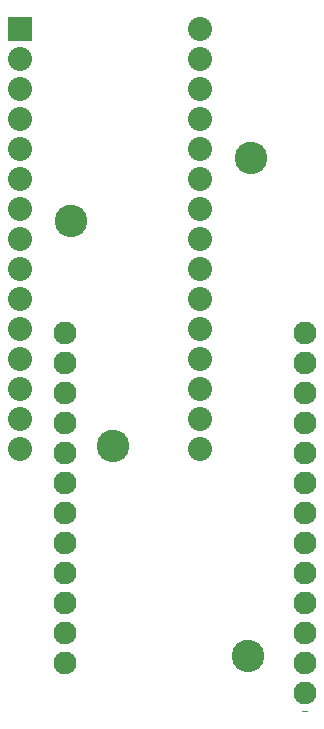
<source format=gbs>
G04 MADE WITH FRITZING*
G04 WWW.FRITZING.ORG*
G04 DOUBLE SIDED*
G04 HOLES PLATED*
G04 CONTOUR ON CENTER OF CONTOUR VECTOR*
%ASAXBY*%
%FSLAX23Y23*%
%MOIN*%
%OFA0B0*%
%SFA1.0B1.0*%
%ADD10C,0.108425*%
%ADD11C,0.080000*%
%ADD12C,0.004000*%
%ADD13C,0.076000*%
%ADD14R,0.079972X0.080000*%
%ADD15R,0.001000X0.001000*%
%LNMASK0*%
G90*
G70*
G54D10*
X224Y1634D03*
X364Y884D03*
X824Y1844D03*
X814Y184D03*
G54D11*
X54Y2274D03*
X54Y2174D03*
X54Y2074D03*
X54Y1974D03*
X54Y1874D03*
X54Y1774D03*
X54Y1674D03*
X54Y1574D03*
X54Y1474D03*
X54Y1374D03*
X54Y1274D03*
X54Y1174D03*
X54Y1074D03*
X54Y974D03*
X54Y874D03*
X654Y2274D03*
X654Y2174D03*
X654Y2074D03*
X654Y1974D03*
X654Y1874D03*
X654Y1774D03*
X654Y1674D03*
X654Y1574D03*
X654Y1474D03*
X654Y1374D03*
X654Y1274D03*
X654Y1174D03*
X654Y1074D03*
X654Y974D03*
X654Y874D03*
G54D12*
X1004Y1262D03*
X1004Y1262D03*
X1004Y1262D03*
X1004Y1262D03*
X1004Y1262D03*
X1004Y1262D03*
X1004Y1262D03*
X1004Y1262D03*
X1004Y1262D03*
X1004Y1262D03*
X1004Y1262D03*
X1004Y1262D03*
X1004Y1262D03*
X1004Y1262D03*
X1004Y1262D03*
X1004Y1262D03*
X1004Y1262D03*
X1004Y1262D03*
X1004Y1262D03*
X1004Y1262D03*
X1004Y1262D03*
X1004Y1262D03*
X1004Y1262D03*
X1004Y1262D03*
X1004Y1262D03*
X1004Y1262D03*
X1004Y1262D03*
X1004Y1262D03*
X1004Y1262D03*
X1004Y1262D03*
X1004Y1262D03*
X1004Y1262D03*
X1004Y1262D03*
G54D13*
X1004Y62D03*
X1004Y162D03*
X204Y162D03*
X204Y262D03*
X204Y362D03*
X204Y462D03*
X204Y562D03*
X204Y662D03*
X204Y762D03*
X204Y862D03*
X204Y962D03*
X204Y1062D03*
X204Y1162D03*
X204Y1262D03*
X1004Y362D03*
X1004Y562D03*
X1004Y262D03*
X1004Y762D03*
X1004Y462D03*
X1004Y962D03*
X1004Y662D03*
X1004Y1162D03*
X1004Y862D03*
X1004Y1062D03*
X1004Y1262D03*
G54D14*
X54Y2274D03*
G54D15*
X999Y0D02*
X1009Y0D01*
X994Y-1D02*
X1013Y-1D01*
D02*
G04 End of Mask0*
M02*
</source>
